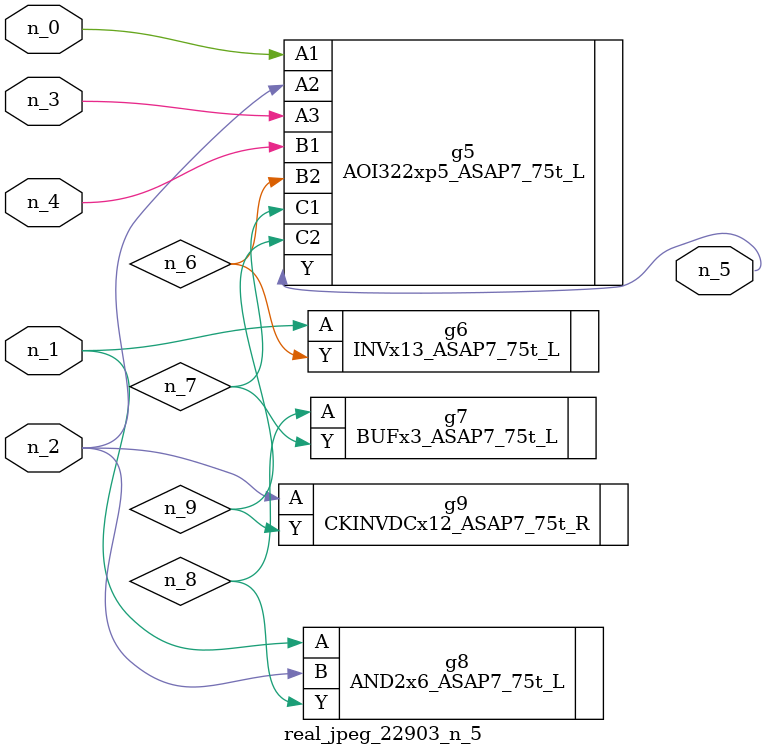
<source format=v>
module real_jpeg_22903_n_5 (n_4, n_0, n_1, n_2, n_3, n_5);

input n_4;
input n_0;
input n_1;
input n_2;
input n_3;

output n_5;

wire n_8;
wire n_6;
wire n_7;
wire n_9;

AOI322xp5_ASAP7_75t_L g5 ( 
.A1(n_0),
.A2(n_2),
.A3(n_3),
.B1(n_4),
.B2(n_6),
.C1(n_7),
.C2(n_9),
.Y(n_5)
);

INVx13_ASAP7_75t_L g6 ( 
.A(n_1),
.Y(n_6)
);

AND2x6_ASAP7_75t_L g8 ( 
.A(n_1),
.B(n_2),
.Y(n_8)
);

CKINVDCx12_ASAP7_75t_R g9 ( 
.A(n_2),
.Y(n_9)
);

BUFx3_ASAP7_75t_L g7 ( 
.A(n_8),
.Y(n_7)
);


endmodule
</source>
